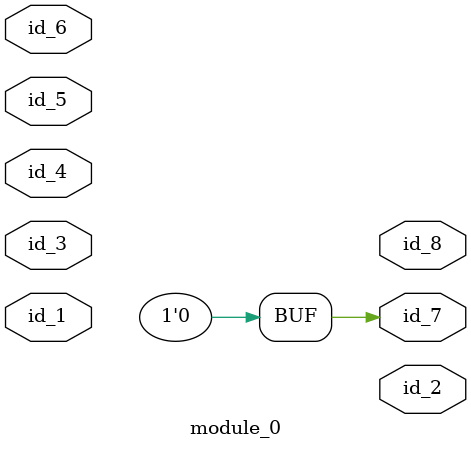
<source format=v>
module module_0 (
    id_1,
    id_2,
    id_3,
    id_4,
    id_5,
    id_6,
    id_7,
    id_8
);
  output id_8;
  output id_7;
  input id_6;
  input id_5;
  inout id_4;
  inout id_3;
  output id_2;
  inout id_1;
  assign id_7 = 1'd0;
endmodule

</source>
